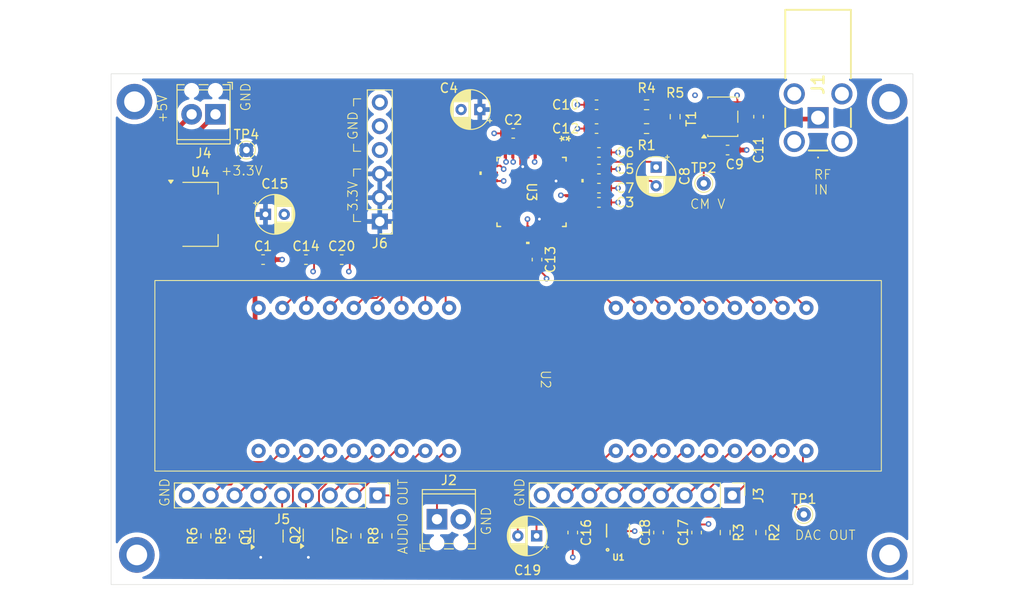
<source format=kicad_pcb>
(kicad_pcb (version 20240108) (generator "pcbnew") (generator_version "8.0")
  (layers (0 "F.Cu" signal) (1 "In1.Cu" signal) (2 "In2.Cu" signal) (31 "B.Cu" signal) (34 "B.Paste" user) (35 "F.Paste" user) (36 "B.SilkS" user "B.Silkscreen") (37 "F.SilkS" user "F.Silkscreen") (38 "B.Mask" user) (39 "F.Mask" user) (44 "Edge.Cuts" user))
  (net 0 "")
  (net 1 "GND")
  (net 2 "+5V")
  (net 3 "+3.3V")
  (net 4 "Net-(J1-In)")
  (net 5 "Net-(U2-A4)")
  (net 6 "Net-(C11-Pad2)")
  (net 7 "Net-(U2-L1)")
  (net 8 "Net-(U2-P1)")
  (net 9 "Net-(U2-P3)")
  (net 10 "Net-(U2-N1)")
  (net 11 "Net-(U2-N13)")
  (net 12 "Net-(U2-N3)")
  (net 13 "Net-(U2-M4)")
  (net 14 "Net-(U2-N14)")
  (net 15 "Net-(U2-P14)")
  (net 16 "Net-(U2-N15)")
  (net 17 "Net-(U2-N2)")
  (net 18 "Net-(U2-M3)")
  (net 19 "Net-(U2-M2)")
  (net 20 "Net-(U2-P15)")
  (net 21 "Net-(U1-+)")
  (net 22 "Net-(C18-Pad2)")
  (net 23 "Net-(J2-Pin_1)")
  (net 24 "Net-(U1--)")
  (net 25 "Net-(U2-B2)")
  (net 26 "Net-(U2-C5)")
  (net 27 "Net-(U2-B4)")
  (net 28 "Net-(U2-C1)")
  (net 29 "Net-(U2-A3)")
  (net 30 "Net-(U2-B1)")
  (net 31 "Net-(U2-A2)")
  (net 32 "Net-(U2-B3)")
  (net 33 "Net-(U2-J11)")
  (net 34 "Net-(U2-A32)")
  (net 35 "Net-(U2-A33)")
  (net 36 "Net-(U3-VRP)")
  (net 37 "Net-(U3-VRM)")
  (net 38 "Net-(U3-VRN)")
  (net 39 "Net-(U2-M15)")
  (net 40 "Net-(U3-VIN-)")
  (net 41 "Net-(U3-VIN+)")
  (net 42 "Net-(R1-Pad2)")
  (net 43 "Net-(R4-Pad2)")
  (net 44 "Net-(U2-L15)")
  (net 45 "Net-(U2-M14)")
  (net 46 "SCL5V")
  (net 47 "SCL3.3V")
  (net 48 "SDA3.3V")
  (net 49 "SDA5V")
  (net 50 "Net-(U2-J15)")
  (net 51 "Net-(U2-L14)")
  (net 52 "Net-(U2-K14)")
  (footprint "Capacitor_SMD:C_0603_1608Metric_Pad1.08x0.95mm_HandSolder" (layer "F.Cu") (at 143.51 85.598 -90)
    (property "Reference" "C11")
    (property "Value" "100n")
  )
  (footprint "Capacitor_SMD:C_0603_1608Metric_Pad1.08x0.95mm_HandSolder" (layer "F.Cu") (at 136.906 129.944 90)
    (property "Reference" "C17")
    (property "Value" "470p")
  )
  (footprint "Capacitor_SMD:C_0603_1608Metric_Pad1.08x0.95mm_HandSolder" (layer "F.Cu") (at 140.208 89.154)
    (property "Reference" "C9")
    (property "Value" "100n")
  )
  (footprint "Capacitor_SMD:C_0603_1608Metric_Pad1.08x0.95mm_HandSolder" (layer "F.Cu") (at 126.492 93.218 180)
    (property "Reference" "C7")
    (property "Value" "100n")
  )
  (footprint "TestPoint:TestPoint_THTPad_D1.5mm_Drill0.7mm" (layer "F.Cu") (at 137.668 92.71)
    (property "Reference" "TP2")
    (property "Value" "CM")
  )
  (footprint "Capacitor_THT:CP_Radial_D4.0mm_P2.00mm" (layer "F.Cu") (at 119.8446 130.302 180)
    (property "Reference" "C19")
    (property "Value" "10u")
  )
  (footprint "MountingHole:MountingHole_2.2mm_M2_DIN965_Pad" (layer "F.Cu") (at 157.48 132.334)
    (property "Reference" "REF**" (hide yes))
    (property "Value" "MountingHole_2.2mm_M2_DIN965_Pad")
  )
  (footprint "Connector_PinHeader_2.54mm:PinHeader_1x09_P2.54mm_Vertical" (layer "F.Cu") (at 140.716 125.984 -90)
    (property "Reference" "J3")
    (property "Value" "AUX I/O")
  )
  (footprint "Resistor_SMD:R_0603_1608Metric" (layer "F.Cu") (at 139.954 129.944 -90)
    (property "Reference" "R3")
    (property "Value" "15k")
  )
  (footprint "CustomFootprints:CMOD S7" (layer "F.Cu") (at 118.135 113.61 -90)
    (property "Reference" "U2")
    (property "Value" "CMOD S7")
  )
  (footprint "TestPoint:TestPoint_THTPad_D1.5mm_Drill0.7mm" (layer "F.Cu") (at 148.336 128.016)
    (property "Reference" "TP1")
    (property "Value" "DAC OUT")
  )
  (footprint "Capacitor_SMD:C_0603_1608Metric_Pad1.08x0.95mm_HandSolder" (layer "F.Cu") (at 95.25 100.838)
    (property "Reference" "C14")
    (property "Value" "100n")
  )
  (footprint "Capacitor_SMD:C_0603_1608Metric_Pad1.08x0.95mm_HandSolder" (layer "F.Cu") (at 90.678 100.838)
    (property "Reference" "C1")
    (property "Value" "100n")
  )
  (footprint "Package_TO_SOT_SMD:SOT-223-3_TabPin2" (layer "F.Cu") (at 83.972 96.012)
    (property "Reference" "U4")
    (property "Value" "TLV76133DCY")
  )
  (footprint "MountingHole:MountingHole_2.2mm_M2_DIN965_Pad" (layer "F.Cu") (at 157.48 84)
    (property "Reference" "REF**" (hide yes))
    (property "Value" "MountingHole_2.2mm_M2_DIN965_Pad")
  )
  (footprint "Capacitor_SMD:C_0603_1608Metric_Pad1.08x0.95mm_HandSolder" (layer "F.Cu") (at 117.348 87.376)
    (property "Reference" "C2")
    (property "Value" "100n")
  )
  (footprint "Capacitor_SMD:C_0603_1608Metric_Pad1.08x0.95mm_HandSolder" (layer "F.Cu") (at 126.492 91.186 180)
    (property "Reference" "C5")
    (property "Value" "100n")
  )
  (footprint "Capacitor_SMD:C_0603_1608Metric_Pad1.08x0.95mm_HandSolder" (layer "F.Cu") (at 126.492 89.408 180)
    (property "Reference" "C6")
    (property "Value" "100n")
  )
  (footprint "Resistor_SMD:R_0603_1608Metric" (layer "F.Cu") (at 131.572 84.328)
    (property "Reference" "R4")
    (property "Value" "33")
  )
  (footprint "Capacitor_SMD:C_0603_1608Metric_Pad1.08x0.95mm_HandSolder" (layer "F.Cu") (at 119.888 100.838 -90)
    (property "Reference" "C13")
    (property "Value" "100n")
  )
  (footprint "Resistor_SMD:R_0603_1608Metric" (layer "F.Cu") (at 84.582 130.302 90)
    (property "Reference" "R6")
    (property "Value" "10k")
  )
  (footprint "Resistor_SMD:R_0603_1608Metric" (layer "F.Cu") (at 131.572 86.868)
    (property "Reference" "R1")
    (property "Value" "33")
  )
  (footprint "Capacitor_SMD:C_0603_1608Metric_Pad1.08x0.95mm_HandSolder" (layer "F.Cu") (at 99.06 100.838)
    (property "Reference" "C20")
    (property "Value" "100n")
  )
  (footprint "TerminalBlock_Phoenix:TerminalBlock_Phoenix_MPT-0,5-2-2.54_1x02_P2.54mm_Horizontal" (layer "F.Cu") (at 109.22 128.524)
    (property "Reference" "J2")
    (property "Value" "~")
  )
  (footprint "Connector_PinHeader_2.54mm:PinHeader_1x06_P2.54mm_Vertical" (layer "F.Cu") (at 103.124 96.774 180)
    (property "Reference" "J6")
    (property "Value" "~")
  )
  (footprint "Resistor_SMD:R_0603_1608Metric" (layer "F.Cu") (at 100.584 130.302 90)
    (property "Reference" "R7")
    (property "Value" "10k")
  )
  (footprint "Resistor_SMD:R_0603_1608Metric" (layer "F.Cu") (at 103.886 130.302 90)
    (property "Reference" "R8")
    (property "Value" "10k")
  )
  (footprint "Connector_PinHeader_2.54mm:PinHeader_1x09_P2.54mm_Vertical" (layer "F.Cu") (at 102.87 125.984 -90)
    (property "Reference" "J5")
    (property "Value" "AUX I/O")
  )
  (footprint "Capacitor_THT:CP_Radial_D4.0mm_P2.00mm" (layer "F.Cu") (at 90.932 96.012)
    (property "Reference" "C15")
    (property "Value" "10u")
  )
  (footprint "Capacitor_SMD:C_0603_1608Metric_Pad1.08x0.95mm_HandSolder" (layer "F.Cu") (at 126.492 94.742 180)
    (property "Reference" "C3")
    (property "Value" "100n")
  )
  (footprint "Capacitor_THT:CP_Radial_D4.0mm_P2.00mm" (layer "F.Cu") (at 132.588 90.975401 -90)
    (property "Reference" "C8")
    (property "Value" "10u")
  )
  (footprint "Capacitor_THT:CP_Radial_D4.0mm_P2.00mm" (layer "F.Cu") (at 113.792 84.836 180)
    (property "Reference" "C4")
    (property "Value" "10u")
  )
  (footprint "Package_TO_SOT_SMD:SOT-23" (layer "F.Cu") (at 91.252 130.3205 90)
    (property "Reference" "Q1")
    (property "Value" "BSS138")
  )
  (footprint "Resistor_SMD:R_0603_1608Metric" (layer "F.Cu") (at 134.62 85.598 90)
    (property "Reference" "R5")
    (property "Value" "50")
  )
  (footprint "Capacitor_SMD:C_0603_1608Metric_Pad1.08x0.95mm_HandSolder" (layer "F.Cu") (at 126.238 86.868 180)
    (property "Reference" "C12")
    (property "Value" "100p")
  )
  (footprint "Package_TO_SOT_SMD:SOT-23" (layer "F.Cu") (at 96.52 130.2235 90)
    (property "Reference" "Q2")
    (property "Value" "BSS138")
  )
  (footprint "Transformer_SMD:Transformer_MiniCircuits_AT224-1A" (layer "F.Cu") (at 139.7 85.601 90)
    (property "Reference" "T1")
    (property "Value" "~")
  )
  (footprint "CustomFootprints:RF203NT0050GRP" (layer "F.Cu") (at 149.86 85.7055 -90)
    (property "Reference" "J1")
    (property "Value" "RF_IN" (hide yes))
  )
  (footprint "Capacitor_SMD:C_0603_1608Metric_Pad1.08x0.95mm_HandSolder" (layer "F.Cu") (at 132.842 129.944 90)
    (property "Reference" "C18")
    (property "Value" "1n")
  )
  (footprint "CustomFootprints:SOT65P210X110-5N" (layer "F.Cu") (at 128.524 129.738 90)
    (property "Reference" "U1")
    (property "Value" "MAX4230AXK")
  )
  (footprint "MountingHole:MountingHole_2.2mm_M2_DIN965_Pad" (layer "F.Cu") (at 77.216 132.334)
    (property "Reference" "REF**" (hide yes))
    (property "Value" "MountingHole_2.2mm_M2_DIN965_Pad")
  )
  (footprint "TerminalBlock_Phoenix:TerminalBlock_Phoenix_MPT-0,5-2-2.54_1x02_P2.54mm_Horizontal" (layer "F.Cu") (at 85.598 85.344 180)
    (property "Reference" "J4")
    (property "Value" "~")
  )
  (footprint "Capacitor_SMD:C_0603_1608Metric_Pad1.08x0.95mm_HandSolder" (layer "F.Cu") (at 123.698 129.944 -90)
    (property "Reference" "C16")
    (property "Value" "100n")
  )
  (footprint "TestPoint:TestPoint_THTPad_D1.5mm_Drill0.7mm" (layer "F.Cu") (at 88.9 89.154)
    (property "Reference" "TP4")
    (property "Value" "+3.3V")
  )
  (footprint "Resistor_SMD:R_0603_1608Metric" (layer "F.Cu") (at 87.63 130.302 90)
    (property "Reference" "R5")
    (property "Value" "10k")
  )
  (footprint "Capacitor_SMD:C_0603_1608Metric_Pad1.08x0.95mm_HandSolder" (layer "F.Cu") (at 126.238 84.328)
    (property "Reference" "C10")
    (property "Value" "100p")
  )
  (footprint "MountingHole:MountingHole_2.2mm_M2_DIN965_Pad" (layer "F.Cu") (at 76.962 84)
    (property "Reference" "REF**" (hide yes))
    (property "Value" "MountingHole_2.2mm_M2_DIN965_Pad")
  )
  (footprint "CustomFootprints:VBE32A_TEX" (layer "F.Cu") (at 119.3038 93.6244 -90)
    (property "Reference" "U3")
    (property "Value" "ADC14L020CIVY/NOPB")
  )
  (footprint "Resistor_SMD:R_0603_1608Metric" (layer "F.Cu") (at 143.764 129.944 -90)
    (property "Reference" "R2")
    (property "Value" "10k")
  )
  (gr_line (start 100.33 96.012) (end 100.33 96.774) (stroke (width 0.1)) (layer "F.SilkS"))
  (gr_line (start 100.33 88.519) (end 100.33 89.281) (stroke (width 0.1)) (layer "F.SilkS"))
  (gr_line (start 100.33 91.948) (end 100.33 91.186) (stroke (width 0.1)) (layer "F.SilkS"))
  (gr_line (start 100.33 91.186) (end 101.092 91.186) (stroke (width 0.1)) (layer "F.SilkS"))
  (gr_line (start 100.33 96.774) (end 101.092 96.774) (stroke (width 0.1)) (layer "F.SilkS"))
  (gr_line (start 100.33 83.693) (end 101.092 83.693) (stroke (width 0.1)) (layer "F.SilkS"))
  (gr_line (start 100.33 89.281) (end 101.092 89.281) (stroke (width 0.1)) (layer "F.SilkS"))
  (gr_line (start 100.33 84.455) (end 100.33 83.693) (stroke (width 0.1)) (layer "F.SilkS"))
  (gr_rect (start 74.467 81.026) (end 159.975 135.487) (stroke (width 0.05)) (fill none) (layer "Edge.Cuts"))
  (gr_text "CM V" (at 136.144 95.504 0) (layer "F.SilkS") (effects (font (size 1 1) (thickness 0.1)) (justify left bottom)))
  (gr_text "AUDIO OUT" (at 106.172 132.334 90) (layer "F.SilkS") (effects (font (size 1 1) (thickness 0.1)) (justify left bottom)))
  (gr_text "GND" (at 100.838 88.138 90) (layer "F.SilkS") (effects (font (size 1 1) (thickness 0.1)) (justify left bottom)))
  (gr_text "RF\nIN" (at 149.352 93.98 0) (layer "F.SilkS") (effects (font (size 1 1) (thickness 0.1)) (justify left bottom)))
  (gr_text "GND" (at 118.618 127.254 90) (layer "F.SilkS") (effects (font (size 1 1) (thickness 0.1)) (justify left bottom)))
  (gr_text "GND" (at 89.408 85.09 90) (layer "F.SilkS") (effects (font (size 1 1) (thickness 0.1)) (justify left bottom)))
  (gr_text "GND" (at 80.772 127.254 90) (layer "F.SilkS") (effects (font (size 1 1) (thickness 0.1)) (justify left bottom)))
  (gr_text "+5V" (at 80.518 86.36 90) (layer "F.SilkS") (effects (font (size 1 1) (thickness 0.1)) (justify left bottom)))
  (gr_text "GND" (at 115.062 130.302 90) (layer "F.SilkS") (effects (font (size 1 1) (thickness 0.1)) (justify left bottom)))
  (gr_text "3.3V" (at 100.838 95.758 90) (layer "F.SilkS") (effects (font (size 1 1) (thickness 0.1)) (justify left bottom)))
  (gr_text "+3.3V" (at 86.106 91.948 0) (layer "F.SilkS") (effects (font (size 1 1) (thickness 0.1)) (justify left bottom)))
  (gr_text "DAC OUT" (at 147.32 130.81 0) (layer "F.SilkS") (effects (font (size 1 1) (thickness 0.1)) (justify left bottom)))
  (segment (start 115.970401 90.824401) (end 116.332 91.186) (width 0.2) (layer "F.Cu") (net 1))
  (segment (start 116.586 89.388599) (end 116.503801 89.3064) (width 0.2) (layer "F.Cu") (net 1))
  (segment (start 116.332 92.456) (end 115.0174 92.456) (width 0.2) (layer "F.Cu") (net 1))
  (segment (start 115.0174 92.456) (end 114.9858 92.4244) (width 0.2) (layer "F.Cu") (net 1))
  (segment (start 114.9858 90.824401) (end 115.970401 90.824401) (width 0.2) (layer "F.Cu") (net 1))
  (segment (start 138.1265 129.0815) (end 138.176 129.032) (width 0.2) (layer "F.Cu") (net 1))
  (segment (start 127.3545 91.186) (end 128.524 91.186) (width 0.2) (layer "F.Cu") (net 1))
  (segment (start 116.4855 87.376) (end 115.316 87.376) (width 0.2) (layer "F.Cu") (net 1))
  (segment (start 116.586 90.424) (end 116.586 89.388599) (width 0.2) (layer "F.Cu") (net 1))
  (segment (start 118.872 97.910599) (end 118.903801 97.9424) (width 0.2) (layer "F.Cu") (net 1))
  (segment (start 128.833 129.794) (end 130.302 129.794) (width 0.2) (layer "F.Cu") (net 1))
  (segment (start 128.524 130.698) (end 128.524 130.103) (width 0.2) (layer "F.Cu") (net 1))
  (segment (start 141.224 83.312) (end 141.29 84.331) (width 0.2) (layer "F.Cu") (net 1))
  (segment (start 127.3545 93.218) (end 128.524 93.218) (width 0.2) (layer "F.Cu") (net 1))
  (segment (start 122.428 93.98) (end 123.577401 93.98) (width 0.2) (layer "F.Cu") (net 1))
  (segment (start 99.9225 100.838) (end 99.9225 102.0075) (width 0.2) (layer "F.Cu") (net 1))
  (segment (start 80.822 93.712) (end 80.822 90.12) (width 0.5) (layer "F.Cu") (net 1))
  (segment (start 124.206 86.868) (end 125.3755 86.868) (width 0.2) (layer "F.Cu") (net 1))
  (segment (start 127.3545 94.742) (end 128.524 94.742) (width 0.2) (layer "F.Cu") (net 1))
  (segment (start 117.348 89.350599) (end 117.303801 89.3064) (width 0.2) (layer "F.Cu") (net 1))
  (segment (start 136.906 129.0815) (end 138.1265 129.0815) (width 0.2) (layer "F.Cu") (net 1))
  (segment (start 128.524 130.103) (end 128.833 129.794) (width 0.2) (layer "F.Cu") (net 1))
  (segment (start 123.698 130.8065) (end 123.698 132.588) (width 0.2) (layer "F.Cu") (net 1))
  (segment (start 96.1125 102.0075) (end 96.012 102.108) (width 0.2) (layer "F.Cu") (net 1))
  (segment (start 124.206 84.328) (end 125.3755 84.328) (width 0.2) (layer "F.Cu") (net 1))
  (segment (start 117.348 90.424) (end 117.348 89.350599) (width 0.2) (layer "F.Cu") (net 1))
  (segment (start 119.634 90.424) (end 119.634 89.376199) (width 0.2) (layer "F.Cu") (net 1))
  (segment (start 141.0705 89.154) (end 142.24 89.154) (width 0.5) (layer "F.Cu") (net 1))
  (segment (start 92.71 100.838) (end 91.5405 100.838) (width 0.5) (layer "F.Cu") (net 1))
  (segment (start 123.577401 93.98) (end 123.6218 94.024399) (width 0.2) (layer "F.Cu") (net 1))
  (segment (start 80.822 90.12) (end 85.598 85.344) (width 0.5) (layer "F.Cu") (net 1))
  (segment (start 118.872 96.52) (end 118.872 97.910599) (width 0.2) (layer "F.Cu") (net 1))
  (segment (start 96.1125 100.838) (end 96.1125 102.0075) (width 0.2) (layer "F.Cu") (net 1))
  (segment (start 128.524 89.408) (end 127.3545 89.408) (width 0.2) (layer "F.Cu") (net 1))
  (segment (start 99.9225 102.0075) (end 99.822 102.108) (width 0.2) (layer "F.Cu") (net 1))
  (segment (start 120.904 102.7165) (end 119.888 101.7005) (width 0.2) (layer "F.Cu") (net 1))
  (segment (start 120.904 102.87) (end 120.904 102.7165) (width 0.2) (layer "F.Cu") (net 1))
  (segment (start 119.634 89.376199) (end 119.703799 89.3064) (width 0.2) (layer "F.Cu") (net 1))
  (via (at 142.24 89.154) (size 0.6) (drill 0.3) (layers "F.Cu" "B.Cu") (net 1))
  (via (at 128.524 94.742) (size 0.6) (drill 0.3) (layers "F.Cu" "B.Cu") (net 1))
  (via (at 128.524 93.218) (size 0.6) (drill 0.3) (layers "F.Cu" "B.Cu") (net 1))
  (via (at 124.206 86.868) (size 0.6) (drill 0.3) (layers "F.Cu" "B.Cu") (net 1))
  (via (at 118.872 96.52) (size 0.6) (drill 0.3) (layers "F.Cu" "B.Cu") (net 1))
  (via (at 130.302 129.794) (size 0.6) (drill 0.3) (layers "F.Cu" "B.Cu") (net 1))
  (via (at 122.428 93.98) (size 0.6) (drill 0.3) (layers "F.Cu" "B.Cu") (net 1))
  (via (at 115.316 87.376) (size 0.6) (drill 0.3) (layers "F.Cu" "B.Cu") (net 1))
  (via (at 119.634 90.424) (size 0.6) (drill 0.3) (layers "F.Cu" "B.Cu") (net 1))
  (via (at 116.586 90.424) (size 0.6) (drill 0.3) (layers "F.Cu" "B.Cu") (net 1))
  (via (at 128.524 91.186) (size 0.6) (drill 0.3) (layers "F.Cu" "B.Cu") (net 1))
  (via (at 136.736 83.312) (size 0.6) (drill 0.3) (layers "F.Cu" "B.Cu") (net 1))
  (via (at 99.822 102.108) (size 0.6) (drill 0.3) (layers "F.Cu" "B.Cu") (net 1))
  (via (at 123.698 132.588) (size 0.6) (drill 0.3) (layers "F.Cu" "B.Cu") (net 1))
  (via (at 120.904 102.87) (size 0.6) (drill 0.3) (layers "F.Cu" "B.Cu") (net 1))
  (via (at 141.224 83.312) (size 0.6) (drill 0.3) (layers "F.Cu" "B.Cu") (net 1))
  (via (at 138.176 129.032) (size 0.6) (drill 0.3) (layers "F.Cu" "B.Cu") (net 1))
  (via (at 96.012 102.108) (size 0.6) (drill 0.3) (layers "F.Cu" "B.Cu") (net 1))
  (via (at 116.332 92.456) (size 0.6) (drill 0.3) (layers "F.Cu" "B.Cu") (net 1))
  (via (at 117.348 90.424) (size 0.6) (drill 0.3) (layers "F.Cu" "B.Cu") (net 1))
  (via (at 116.332 91.186) (size 0.6) (drill 0.3) (layers "F.Cu" "B.Cu") (net 1))
  (via (at 128.524 89.408) (size 0.6) (drill 0.3) (layers "F.Cu" "B.Cu") (net 1))
  (via (at 124.206 84.328) (size 0.6) (drill 0.3) (layers "F.Cu" "B.Cu") (net 1))
  (via (at 92.71 100.838) (size 0.6) (drill 0.3) (layers "F.Cu" "B.Cu") (net 1))
  (segment (start 80.264 127.063) (end 86.551 133.35) (width 0.5) (layer "F.Cu") (net 2))
  (segment (start 89.825 106.36) (end 89.825 108.53) (width 0.5) (layer "F.Cu") (net 2))
  (segment (start 83.058 85.344) (end 78.910001 89.491999) (width 0.5) (layer "F.Cu") (net 2))
  (segment (start 89.8155 105.6105) (end 90.195 105.99) (width 0.5) (layer "F.Cu") (net 2))
  (segment (start 86.551 133.35) (end 103.886 133.35) (width 0.5) (layer "F.Cu") (net 2))
  (segment (start 86.0195 98.312) (end 88.5455 100.838) (width 0.5) (layer "F.Cu") (net 2))
  (segment (start 89.8155 100.838) (end 89.8155 105.6105) (width 0.5) (layer "F.Cu") (net 2))
  (segment (start 103.886 133.35) (end 119.4295 133.35) (width 0.5) (layer "F.Cu") (net 2))
  (segment (start 103.886 131.127) (end 103.886 133.35) (width 0.2) (layer "F.Cu") (net 2))
  (segment (start 127.5705 129.0815) (end 127.874 128.778) (width 0.5) (layer "F.Cu") (net 2))
  (segment (start 90.195 105.99) (end 89.825 106.36) (width 0.5) (layer "F.Cu") (net 2))
  (segment (start 80.264 118.091) (end 80.264 127.063) (width 0.5) (layer "F.Cu") (net 2))
  (segment (start 80.822 98.312) (end 86.0195 98.312) (width 0.5) (layer "F.Cu") (net 2))
  (segment (start 88.5455 100.838) (end 89.8155 100.838) (width 0.5) (layer "F.Cu") (net 2))
  (segment (start 123.698 129.0815) (end 127.5705 129.0815) (width 0.5) (layer "F.Cu") (net 2))
  (segment (start 78.910001 96.400001) (end 80.822 98.312) (width 0.5) (layer "F.Cu") (net 2))
  (segment (start 119.4295 133.35) (end 123.698 129.0815) (width 0.5) (layer "F.Cu") (net 2))
  (segment (start 78.910001 89.491999) (end 78.910001 96.400001) (width 0.5) (layer "F.Cu") (net 2))
  (segment (start 89.825 108.53) (end 80.264 118.091) (width 0.5) (layer "F.Cu") (net 2))
  (segment (start 115.6705 84.836) (end 118.2105 87.376) (width 0.2) (layer "F.Cu") (net 3))
  (segment (start 118.903801 88.169801) (end 118.903801 89.3064) (width 0.2) (layer "F.Cu") (net 3))
  (segment (start 121.92 92.456) (end 122.103799 92.272201) (width 0.2) (layer "F.Cu") (net 3))
  (segment (start 119.888 99.9755) (end 119.703799 99.791299) (width 0.2) (layer "F.Cu") (net 3))
  (segment (start 88.9 89.154) (end 87.122 90.932) (width 0.2) (layer "F.Cu") (net 3))
  (segment (start 119.703799 99.791299) (end 119.703799 97.9424) (width 0.2) (layer "F.Cu") (net 3))
  (segment (start 120.142 96.52) (end 119.703799 96.958201) (width 0.2) (layer "F.Cu") (net 3))
  (segment (start 90.302 131.258) (end 90.302 132.466) (width 0.2) (layer "F.Cu") (net 3))
  (segment (start 118.872 88.0375) (end 118.872 88.138) (width 0.2) (layer "F.Cu") (net 3))
  (segment (start 118.1038 89.3064) (end 118.1038 90.6718) (width 0.2) (layer "F.Cu") (net 3))
  (segment (start 124.1933 93.224401) (end 125.6295 94.660601) (width 0.2) (layer "F.Cu") (net 3))
  (segment (start 123.0503 93.224401) (end 123.6218 93.224401) (width 0.2) (layer "F.Cu") (net 3))
  (segment (start 99.1125 132.5985) (end 95.5145 132.5985) (width 0.2) (layer "F.Cu") (net 3))
  (segment (start 118.2105 87.376) (end 118.2105 89.1997) (width 0.2) (layer "F.Cu") (net 3))
  (segment (start 118.1038 90.6718) (end 118.364 90.932) (width 0.2) (layer "F.Cu") (net 3))
  (segment (start 95.57 132.522) (end 95.504 132.588) (width 0.2) (layer "F.Cu") (net 3))
  (segment (start 118.2105 87.376) (end 118.872 88.0375) (width 0.2) (layer "F.Cu") (net 3))
  (segment (start 87.63 131.127) (end 90.171 131.127) (width 0.2) (layer "F.Cu") (net 3))
  (segment (start 90.302 132.466) (end 90.424 132.588) (width 0.2) (layer "F.Cu") (net 3))
  (segment (start 118.2105 89.1997) (end 118.1038 89.3064) (width 0.2) (layer "F.Cu") (net 3))
  (segment (start 90.171 131.127) (end 90.302 131.258) (width 0.2) (layer "F.Cu") (net 3))
  (segment (start 119.703799 96.958201) (end 119.703799 97.9424) (width 0.2) (layer "F.Cu") (net 3))
  (segment (start 122.103799 92.272201) (end 122.103799 89.3064) (width 0.2) (layer "F.Cu") (net 3))
  (segment (start 123.6218 93.224401) (end 124.1933 93.224401) (width 0.2) (layer "F.Cu") (net 3))
  (segment (start 80.822 96.012) (end 87.122 96.012) (width 0.5) (layer "F.Cu") (net 3))
  (segment (start 95.5145 132.5985) (end 95.504 132.588) (width 0.2) (layer "F.Cu") (net 3))
  (segment (start 95.57 131.161) (end 95.57 132.522) (width 0.2) (layer "F.Cu") (net 3))
  (segment (start 100.584 131.127) (end 99.1125 132.5985) (width 0.2) (layer "F.Cu") (net 3))
  (segment (start 118.872 88.138) (end 118.903801 88.169801) (width 0.2) (layer "F.Cu") (net 3))
  (segment (start 87.122 90.932) (end 87.122 96.012) (width 0.2) (layer "F.Cu") (net 3))
  (segment (start 121.92 92.456) (end 122.281899 92.456) (width 0.2) (layer "F.Cu") (net 3))
  (segment (start 125.6295 94.660601) (end 125.6295 94.742) (width 0.2) (layer "F.Cu") (net 3))
  (segment (start 113.792 84.836) (end 115.6705 84.836) (width 0.2) (layer "F.Cu") (net 3))
  (segment (start 87.122 96.012) (end 90.932 96.012) (width 0.5) (layer "F.Cu") (net 3))
  (segment (start 122.281899 92.456) (end 123.0503 93.224401) (width 0.2) (layer "F.Cu") (net 3))
  (via (at 120.142 96.52) (size 0.6) (drill 0.3) (layers "F.Cu" "B.Cu") (net 3))
  (via (at 90.424 132.588) (size 0.6) (drill 0.3) (layers "F.Cu" "B.Cu") (net 3))
  (via (at 118.364 90.932) (size 0.6) (drill 0.3) (layers "F.Cu" "B.Cu") (net 3))
  (via (at 95.504 132.588) (size 0.6) (drill 0.3) (layers "F.Cu" "B.Cu") (net 3))
  (via (at 121.92 92.456) (size 0.6) (drill 0.3) (layers "F.Cu" "B.Cu") (net 3))
  (segment (start 145.9495 84.7355) (end 147.066 85.852) (width 0.5) (layer "F.Cu") (net 4))
  (segment (start 147.066 85.852) (end 150.368 85.852) (width 0.5) (layer "F.Cu") (net 4))
  (segment (start 143.51 84.7355) (end 145.9495 84.7355) (width 0.5) (layer "F.Cu") (net 4))
  (segment (start 146.6015 126.2815) (end 143.764 129.119) (width 0.2) (layer "F.Cu") (net 5))
  (segment (start 148.245 121.23) (end 148.245 124.638) (width 0.2) (layer "F.Cu") (net 5))
  (segment (start 148.336 128.016) (end 146.6015 126.2815) (width 0.2) (layer "F.Cu") (net 5))
  (segment (start 148.245 124.638) (end 146.6015 126.2815) (width 0.2) (layer "F.Cu") (net 5))
  (segment (start 141.7005 86.4605) (end 141.29 86.871) (width 0.2) (layer "F.Cu") (net 6))
  (segment (start 141.7005 86.4605) (end 143.51 86.4605) (width 0.2) (layer "F.Cu") (net 6))
  (segment (start 143.463 100.838) (end 148.245 105.62) (width 0.2) (layer "F.Cu") (net 7))
  (segment (start 130.292743 100.838) (end 143.463 100.838) (width 0.2) (layer "F.Cu") (net 7))
  (segment (start 124.507943 95.0532) (end 130.292743 100.838) (width 0.2) (layer "F.Cu") (net 7))
  (segment (start 123.8506 95.0532) (end 124.507943 95.0532) (width 0.2) (layer "F.Cu") (net 7))
  (segment (start 123.6218 94.8244) (end 123.8506 95.0532) (width 0.2) (layer "F.Cu") (net 7))
  (segment (start 117.303799 102.006113) (end 119.583686 104.286) (width 0.2) (layer "F.Cu") (net 8))
  (segment (start 119.583686 104.286) (end 129.131 104.286) (width 0.2) (layer "F.Cu") (net 8))
  (segment (start 129.131 104.286) (end 130.835 105.99) (width 0.2) (layer "F.Cu") (net 8))
  (segment (start 117.303799 97.9424) (end 117.303799 102.006113) (width 0.2) (layer "F.Cu") (net 8))
  (segment (start 120.5038 98.644101) (end 121.935699 100.076) (width 0.2) (layer "F.Cu") (net 9))
  (segment (start 133.303 103.378) (end 135.915 105.99) (width 0.2) (layer "F.Cu") (net 9))
  (segment (start 120.5038 97.9424) (end 120.5038 98.644101) (width 0.2) (layer "F.Cu") (net 9))
  (segment (start 129.286 103.378) (end 133.303 103.378) (width 0.2) (layer "F.Cu") (net 9))
  (segment (start 125.984 100.076) (end 129.286 103.378) (width 0.2) (layer "F.Cu") (net 9))
  (segment (start 121.935699 100.076) (end 125.984 100.076) (width 0.2) (layer "F.Cu") (net 9))
  (segment (start 119.2275 104.686) (end 126.991 104.686) (width 0.2) (layer "F.Cu") (net 10))
  (segment (start 116.503801 101.962301) (end 119.2275 104.686) (width 0.2) (layer "F.Cu") (net 10))
  (segment (start 116.503801 97.9424) (end 116.503801 101.962301) (width 0.2) (layer "F.Cu") (net 10))
  (segment (start 126.991 104.686) (end 128.295 105.99) (width 0.2) (layer "F.Cu") (net 10))
  (segment (start 105.435 103.5562) (end 105.435 105.99) (width 0.2) (layer "F.Cu") (net 11))
  (segment (start 114.9858 94.8244) (end 114.1668 94.8244) (width 0.2) (layer "F.Cu") (net 11))
  (segment (start 114.1668 94.8244) (end 105.435 103.5562) (width 0.2) (layer "F.Cu") (net 11))
  (segment (start 131.271 103.886) (end 133.375 105.99) (width 0.2) (layer "F.Cu") (net 12))
  (segment (start 119.888 103.886) (end 131.271 103.886) (width 0.2) (layer "F.Cu") (net 12))
  (segment (start 118.1038 102.1018) (end 119.888 103.886) (width 0.2) (layer "F.Cu") (net 12))
  (segment (start 118.1038 97.9424) (end 118.1038 102.1018) (width 0.2) (layer "F.Cu") (net 12))
  (segment (start 130.175 101.346) (end 141.431 101.346) (width 0.2) (layer "F.Cu") (net 13))
  (segment (start 123.6218 95.624401) (end 124.453401 95.624401) (width 0.2) (layer "F.Cu") (net 13))
  (segment (start 124.453401 95.624401) (end 130.175 101.346) (width 0.2) (layer "F.Cu") (net 13))
  (segment (start 141.431 101.346) (end 145.705 105.62) (width 0.2) (layer "F.Cu") (net 13))
  (segment (start 113.9492 93.793614) (end 102.814814 104.928) (width 0.2) (layer "F.Cu") (net 14))
  (segment (start 114.9858 93.224401) (end 114.284098 93.224401) (width 0.2) (layer "F.Cu") (net 14))
  (segment (start 102.814814 104.928) (end 101.417 104.928) (width 0.2) (layer "F.Cu") (net 14))
  (segment (start 114.284098 93.224401) (end 113.9492 93.559299) (width 0.2) (layer "F.Cu") (net 14))
  (segment (start 113.9492 93.559299) (end 113.9492 93.793614) (width 0.2) (layer "F.Cu") (net 14))
  (segment (start 101.417 104.928) (end 100.355 105.99) (width 0.2) (layer "F.Cu") (net 14))
  (segment (start 113.887601 96.424399) (end 110.145 100.167) (width 0.2) (layer "F.Cu") (net 15))
  (segment (start 114.9858 96.424399) (end 113.887601 96.424399) (width 0.2) (layer "F.Cu") (net 15))
  (segment (start 110.145 105.62) (end 110.515 105.99) (width 0.2) (layer "F.Cu") (net 15))
  (segment (start 110.145 100.167) (end 110.145 105.62) (width 0.2) (layer "F.Cu") (net 15))
  (segment (start 114.9858 94.024399) (end 114.284101 94.024399) (width 0.2) (layer "F.Cu") (net 16))
  (segment (start 114.284101 94.024399) (end 102.895 105.4135) (width 0.2) (layer "F.Cu") (net 16))
  (segment (start 102.895 105.4135) (end 102.895 105.99) (width 0.2) (layer "F.Cu") (net 16))
  (segment (start 123.19 99.028601) (end 126.460601 99.028601) (width 0.2) (layer "F.Cu") (net 17))
  (segment (start 137.367 102.362) (end 140.995 105.99) (width 0.2) (layer "F.Cu") (net 17))
  (segment (start 129.794 102.362) (end 137.367 102.362) (width 0.2) (layer "F.Cu") (net 17))
  (segment (start 126.460601 99.028601) (end 129.794 102.362) (width 0.2) (layer "F.Cu") (net 17))
  (segment (start 122.103799 97.9424) (end 123.19 99.028601) (width 0.2) (layer "F.Cu") (net 17))
  (segment (start 130.048 101.854) (end 139.399 101.854) (width 0.2) (layer "F.Cu") (net 18))
  (segment (start 139.399 101.854) (end 143.535 105.99) (width 0.2) (layer "F.Cu") (net 18))
  (segment (start 123.6218 96.424399) (end 124.618399 96.424399) (width 0.2) (layer "F.Cu") (net 18))
  (segment (start 124.618399 96.424399) (end 130.048 101.854) (width 0.2) (layer "F.Cu") (net 18))
  (segment (start 126.238 99.568) (end 129.54 102.87) (width 0.2) (layer "F.Cu") (net 19))
  (segment (start 121.303799 97.9424) (end 121.303799 98.6441) (width 0.2) (layer "F.Cu") (net 19))
  (segment (start 122.227699 99.568) (end 126.238 99.568) (width 0.2) (layer "F.Cu") (net 19))
  (segment (start 121.303799 98.6441) (end 122.227699 99.568) (width 0.2) (layer "F.Cu") (net 19))
  (segment (start 129.54 102.87) (end 135.335 102.87) (width 0.2) (layer "F.Cu") (net 19))
  (segment (start 135.335 102.87) (end 138.085 105.62) (width 0.2) (layer "F.Cu") (net 19))
  (segment (start 114.001801 95.624399) (end 107.975 101.6512) (width 0.2) (layer "F.Cu") (net 20))
  (segment (start 107.975 101.6512) (end 107.975 105.99) (width 0.2) (layer "F.Cu") (net 20))
  (segment (start 114.9858 95.624399) (end 114.001801 95.624399) (width 0.2) (layer "F.Cu") (net 20))
  (segment (start 127.874 131.244942) (end 127.874 130.698) (width 0.2) (layer "F.Cu") (net 21))
  (segment (start 139.954 130.769) (end 136.9435 130.769) (width 0.2) (layer "F.Cu") (net 21))
  (segment (start 136.906 130.8065) (end 136.0685 131.644) (width 0.2) (layer "F.Cu") (net 21))
  (segment (start 136.9435 130.769) (end 136.906 130.8065) (width 0.2) (layer "F.Cu") (net 21))
  (segment (start 136.0685 131.644) (end 128.273058 131.644) (width 0.2) (layer "F.Cu") (net 21))
  (segment (start 128.273058 131.644) (end 127.874 131.244942) (width 0.2) (layer "F.Cu") (net 21))
  (segment (start 141.604 130.769) (end 139.954 129.119) (width 0.2) (layer "F.Cu") (net 22))
  (segment (start 143.764 130.769) (end 141.604 130.769) (width 0.2) (layer "F.Cu") (net 22))
  (segment (start 139.954 129.119) (end 139.079 128.244) (width 0.2) (layer "F.Cu") (net 22))
  (segment (start 133.6795 128.244) (end 132.842 129.0815) (width 0.2) (layer "F.Cu") (net 22))
  (segment (start 139.079 128.244) (end 133.6795 128.244) (width 0.2) (layer "F.Cu") (net 22))
  (segment (start 117.833199 129.943999) (end 117.833199 129.009199) (width 0.2) (layer "F.Cu") (net 23))
  (segment (start 117.833199 129.009199) (end 114.554 125.73) (width 0.2) (layer "F.Cu") (net 23))
  (segment (start 109.22 125.984) (end 109.22 128.524) (width 0.2) (layer "F.Cu") (net 23))
  (segment (start 109.474 125.73) (end 109.22 125.984) (width 0.2) (layer "F.Cu") (net 23))
  (segment (start 114.554 125.73) (end 109.474 125.73) (width 0.2) (layer "F.Cu") (net 23))
  (segment (start 120.324 127.508) (end 119.833199 127.998801) (width 0.2) (layer "F.Cu") (net 24))
  (segment (start 132.842 130.8065) (end 130.93875 128.90325) (width 0.2) (layer "F.Cu") (net 24))
  (segment (start 130.81 127.508) (end 120.324 127.508) (width 0.2) (layer "F.Cu") (net 24))
  (segment (start 132.7335 130.698) (end 132.842 130.8065) (width 0.2) (layer "F.Cu") (net 24))
  (segment (start 129.174 128.778) (end 130.8135 128.778) (width 0.2) (layer "F.Cu") (net 24))
  (segment (start 130.8135 128.778) (end 130.93875 128.90325) (width 0.2) (layer "F.Cu") (net 24))
  (segment (start 119.833199 127.998801) (end 119.833199 129.943999) (width 0.2) (layer "F.Cu") (net 24))
  (segment (start 129.174 130.698) (end 132.7335 130.698) (width 0.2) (layer "F.Cu") (net 24))
  (segment (start 130.93875 128.90325) (end 130.93875 127.63675) (width 0.2) (layer "F.Cu") (net 24))
  (segment (start 130.93875 127.63675) (end 130.81 127.508) (width 0.2) (layer "F.Cu") (net 24))
  (segment (start 133.005 121.23) (end 128.485 125.75) (width 0.2) (layer "F.Cu") (net 25))
  (segment (start 128.485 125.75) (end 127.67 125.75) (width 0.2) (layer "F.Cu") (net 25))
  (segment (start 123.405 125.75) (end 122.59 125.75) (width 0.2) (layer "F.Cu") (net 26))
  (segment (start 127.925 121.23) (end 123.405 125.75) (width 0.2) (layer "F.Cu") (net 26))
  (segment (start 139.44 124.6) (end 138.9 124.6) (width 0.2) (layer "F.Cu") (net 27))
  (segment (start 143.165 121.23) (end 142.81 121.23) (width 0.2) (layer "F.Cu") (net 27))
  (segment (start 142.81 121.23) (end 139.44 124.6) (width 0.2) (layer "F.Cu") (net 27))
  (segment (start 137.83 125.67) (end 137.83 125.75) (width 0.2) (layer "F.Cu") (net 27))
  (segment (start 138.9 124.6) (end 137.83 125.67) (width 0.2) (layer "F.Cu") (net 27))
  (segment (start 138.085 121.23) (end 133.565 125.75) (width 0.2) (layer "F.Cu") (net 28))
  (segment (start 133.565 125.75) (end 132.75 125.75) (width 0.2) (layer "F.Cu") (net 28))
  (segment (start 141.185 125.75) (end 140.37 125.75) (width 0.2) (layer "F.Cu") (net 29))
  (segment (start 145.705 121.23) (end 141.185 125.75) (width 0.2) (layer "F.Cu") (net 29))
  (segment (start 131.025 125.75) (end 130.21 125.75) (width 0.2) (layer "F.Cu") (net 30))
  (segment (start 135.545 121.23) (end 131.025 125.75) (width 0.2) (layer "F.Cu") (net 30))
  (segment (start 125.945 125.75) (end 125.13 125.75) (width 0.2) (layer "F.Cu") (net 31))
  (segment (start 130.465 121.23) (end 125.945 125.75) (width 0.2) (layer "F.Cu") (net 31))
  (segment (start 140.625 121.23) (end 136.105 125.75) (width 0.2) (layer "F.Cu") (net 32))
  (segment (start 136.105 125.75) (end 135.29 125.75) (width 0.2) (layer "F.Cu") (net 32))
  (segment (start 101.288314 124.714) (end 104.772314 121.23) (width 0.2) (layer "F.Cu") (net 33))
  (segment (start 104.772314 121.23) (end 105.065 121.23) (width 0.2) (layer "F.Cu") (net 33))
  (segment (start 97.79 125.984) (end 99.06 124.714) (width 0.2) (layer "F.Cu") (net 33))
  (segment (start 99.06 124.714) (end 101.288314 124.714) (width 0.2) (layer "F.Cu") (net 33))
  (segment (start 100.33 125.984) (end 100.584 125.984) (width 0.2) (layer "F.Cu") (net 34))
  (segment (start 104.375 124.46) (end 107.605 121.23) (width 0.2) (layer "F.Cu") (net 34))
  (segment (start 102.108 124.46) (end 104.375 124.46) (width 0.2) (layer "F.Cu") (net 34))
  (segment (start 100.584 125.984) (end 102.108 124.46) (width 0.2) (layer "F.Cu") (net 34))
  (segment (start 102.87 125.984) (end 105.391 125.984) (width 0.2) (layer "F.Cu") (net 35))
  (segment (start 105.391 125.984) (end 110.145 121.23) (width 0.2) (layer "F.Cu") (net 35))
  (segment (start 125.6295 91.186) (end 126.4045 90.411) (width 0.2) (layer "F.Cu") (net 36))
  (segment (start 125.6295 91.186) (end 125.191099 91.624401) (width 0.2) (layer "F.Cu") (net 36))
  (segment (start 125.191099 91.624401) (end 123.6218 91.624401) (width 0.2) (layer "F.Cu") (net 36))
  (segment (start 126.4045 90.411) (end 132.023599 90.411) (width 0.2) (layer "F.Cu") (net 36))
  (segment (start 132.023599 90.411) (end 132.588 90.975401) (width 0.2) (layer "F.Cu") (net 36))
  (segment (start 123.6218 90.824401) (end 125.038201 89.408) (width 0.2) (layer "F.Cu") (net 37))
  (segment (start 139.3455 86.0115) (end 138.935 85.601) (width 0.2) (layer "F.Cu") (net 37))
  (segment (start 139.3455 89.154) (end 139.3455 86.0115) (width 0.2) (layer "F.Cu") (net 37))
  (segment (start 126.8995 88.138) (end 138.3295 88.138) (width 0.2) (layer "F.Cu") (net 37))
  (segment (start 137.668 92.71) (end 137.668 90.8315) (width 0.2) (layer "F.Cu") (net 37))
  (segment (start 138.3295 88.138) (end 139.3455 89.154) (width 0.2) (layer "F.Cu") (net 37))
  (segment (start 125.6295 89.408) (end 126.8995 88.138) (width 0.2) (layer "F.Cu") (net 37))
  (segment (start 137.668 90.8315) (end 139.3455 89.154) (width 0.2) (layer "F.Cu") (net 37))
  (segment (start 138.935 85.601) (end 138.11 85.601) (width 0.2) (layer "F.Cu") (net 37))
  (segment (start 125.038201 89.408) (end 125.6295 89.408) (width 0.2) (layer "F.Cu") (net 37))
  (segment (start 132.055599 92.443) (end 132.588 92.975401) (width 0.2) (layer "F.Cu") (net 38))
  (segment (start 125.6295 93.218) (end 126.4045 92.443) (width 0.2) (layer "F.Cu") (net 38))
  (segment (start 126.4045 92.443) (end 132.055599 92.443) (width 0.2) (layer "F.Cu") (net 38))
  (segment (start 125.6295 93.218) (end 124.8359 92.4244) (width 0.2) (layer "F.Cu") (net 38))
  (segment (start 124.8359 92.4244) (end 123.6218 92.4244) (width 0.2) (layer "F.Cu") (net 38))
  (segment (start 99.314 104.394) (end 102.616 104.394) (width 0.2) (layer "F.Cu") (net 39))
  (segment (start 97.815 105.893) (end 99.314 104.394) (width 0.2) (layer "F.Cu") (net 39))
  (segment (start 113.5492 92.3593) (end 114.284101 91.624399) (width 0.2) (layer "F.Cu") (net 39))
  (segment (start 114.284101 91.624399) (end 114.9858 91.624399) (width 0.2) (layer "F.Cu") (net 39))
  (segment (start 97.815 105.99) (end 97.815 105.893) (width 0.2) (layer "F.Cu") (net 39))
  (segment (start 113.5492 93.4608) (end 113.5492 92.3593) (width 0.2) (layer "F.Cu") (net 39))
  (segment (start 102.616 104.394) (end 113.5492 93.4608) (width 0.2) (layer "F.Cu") (net 39))
  (segment (start 127.1005 85.1905) (end 127.254 85.344) (width 0.2) (layer "F.Cu") (net 40))
  (segment (start 127.1005 84.328) (end 127.1005 85.1905) (width 0.2) (layer "F.Cu") (net 40))
  (segment (start 127.254 85.344) (end 128.524 85.344) (width 0.2) (layer "F.Cu") (net 40))
  (segment (start 124.968 85.344) (end 124.9538 85.3298) (width 0.2) (layer "F.Cu") (net 40))
  (segment (start 124.968 85.344) (end 127.254 85.344) (width 0.2) (layer "F.Cu") (net 40))
  (segment (start 130.747 84.328) (end 129.6405 84.328) (width 0.2) (layer "F.Cu") (net 40))
  (segment (start 120.5038 88.2842) (end 120.5038 89.3064) (width 0.2) (layer "F.Cu") (net 40))
  (segment (start 123.4582 85.3298) (end 120.5038 88.2842) (width 0.2) (layer "F.Cu") (net 40))
  (segment (start 129.6405 84.328) (end 129.59025 84.27775) (width 0.2) (layer "F.Cu") (net 40))
  (segment (start 128.524 85.344) (end 129.59025 84.27775) (width 0.2) (layer "F.Cu") (net 40))
  (segment (start 124.9538 85.3298) (end 123.4582 85.3298) (width 0.2) (layer "F.Cu") (net 40))
  (segment (start 129.8945 86.868) (end 128.7705 85.744) (width 0.2) (layer "F.Cu") (net 41))
  (segment (start 121.303801 88.236549) (end 121.303801 89.3064) (width 0.2) (layer "F.Cu") (net 41))
  (segment (start 123.81055 85.7298) (end 121.303801 88.236549) (width 0.2) (layer "F.Cu") (net 41))
  (segment (start 124.606 85.744) (end 124.5918 85.7298) (width 0.2) (layer "F.Cu") (net 41))
  (segment (start 127.1005 86.868) (end 127.1005 85.8445) (width 0.2) (layer "F.Cu") (net 41))
  (segment (start 130.747 86.868) (end 129.8945 86.868) (width 0.2) (layer "F.Cu") (net 41))
  (segment (start 127 85.744) (end 124.606 85.744) (width 0.2) (layer "F.Cu") (net 41))
  (segment (start 124.5918 85.7298) (end 123.81055 85.7298) (width 0.2) (layer "F.Cu") (net 41))
  (segment (start 127.1005 85.8445) (end 127 85.744) (width 0.2) (layer "F.Cu") (net 41))
  (segment (start 128.7705 85.744) (end 127 85.744) (width 0.2) (layer "F.Cu") (net 41))
  (segment (start 138.11 86.871) (end 135.068 86.871) (width 0.2) (layer "F.Cu") (net 42))
  (segment (start 135.068 86.871) (end 134.62 86.423) (width 0.2) (layer "F.Cu") (net 42))
  (segment (start 132.397 86.868) (end 134.175 86.868) (width 0.2) (layer "F.Cu") (net 42))
  (segment (start 134.175 86.868) (end 134.62 86.423) (width 0.2) (layer "F.Cu") (net 42))
  (segment (start 135.062 84.331) (end 134.62 84.773) (width 0.2) (layer "F.Cu") (net 43))
  (segment (start 138.11 84.331) (end 135.062 84.331) (width 0.2) (layer "F.Cu") (net 43))
  (segment (start 134.175 84.328) (end 134.62 84.773) (width 0.2) (layer "F.Cu") (net 43))
  (segment (start 132.397 84.328) (end 134.175 84.328) (width 0.2) (layer "F.Cu") (net 43))
  (segment (start 94.3875 104.3375) (end 92.735 105.99) (width 0.2) (layer "F.Cu") (net 44))
  (segment (start 94.3875 100.838) (end 94.3875 104.3375) (width 0.2) (layer "F.Cu") (net 44))
  (segment (start 95.275 104.858) (end 95.275 105.99) (width 0.2) (layer "F.Cu") (net 45))
  (segment (start 98.1975 100.838) (end 98.1975 101.9355) (width 0.2) (layer "F.Cu") (net 45))
  (segment (start 98.1975 101.9355) (end 95.275 104.858) (width 0.2) (layer "F.Cu") (net 45))
  (segment (start 85.282 128.777) (end 90.646 128.777) (width 0.2) (layer "F.Cu") (net 46))
  (segment (start 92.71 127.925) (end 91.252 129.383) (width 0.2) (layer "F.Cu") (net 46))
  (segment (start 92.71 125.984) (end 92.71 127.925) (width 0.2) (layer "F.Cu") (net 46))
  (segment (start 90.646 128.777) (end 91.252 129.383) (width 0.2) (layer "F.Cu") (net 46))
  (segment (start 84.582 129.477) (end 85.282 128.777) (width 0.2) (layer "F.Cu") (net 46))
  (segment (start 92.202 131.258) (end 93.86 129.6) (width 0.2) (layer "F.Cu") (net 47))
  (segment (start 97.737968 123.844) (end 100.351968 121.23) (width 0.2) (layer "F.Cu") (net 47))
  (segment (start 93.86 124.834) (end 94.85 123.844) (width 0.2) (layer "F.Cu") (net 47))
  (segment (start 87.63 129.477) (end 89.899052 129.477) (width 0.2) (layer "F.Cu") (net 47))
  (segment (start 94.85 123.844) (end 97.737968 123.844) (width 0.2) (layer "F.Cu") (net 47))
  (segment (start 91.680052 131.258) (end 92.202 131.258) (width 0.2) (layer "F.Cu") (net 47))
  (segment (start 100.351968 121.23) (end 100.355 121.23) (width 0.2) (layer "F.Cu") (net 47))
  (segment (start 93.86 129.6) (end 93.86 124.834) (width 0.2) (layer "F.Cu") (net 47))
  (segment (start 89.899052 129.477) (end 91.680052 131.258) (width 0.2) (layer "F.Cu") (net 47))
  (segment (start 100.584 129.477) (end 99.154 129.477) (width 0.2) (layer "F.Cu") (net 48))
  (segment (start 99.919 124.206) (end 102.895 121.23) (width 0.2) (layer "F.Cu") (net 48))
  (segment (start 96.64 128.027948) (end 96.64 125.507654) (width 0.2) (layer "F.Cu") (net 48))
  (segment (start 96.64 125.507654) (end 97.941654 124.206) (width 0.2) (layer "F.Cu") (net 48))
  (segment (start 97.47 131.161) (end 97.47 128.857948) (width 0.2) (layer "F.Cu") (net 48))
  (segment (start 97.941654 124.206) (end 99.919 124.206) (width 0.2) (layer "F.Cu") (net 48))
  (segment (start 97.47 128.857948) (end 96.64 128.027948) (width 0.2) (layer "F.Cu") (net 48))
  (segment (start 99.154 129.477) (end 97.47 131.161) (width 0.2) (layer "F.Cu") (net 48))
  (segment (start 99.947 130.177) (end 97.9255 132.1985) (width 0.2) (layer "F.Cu") (net 49))
  (segment (start 96.52 131.589052) (end 96.52 129.286) (width 0.2) (layer "F.Cu") (net 49))
  (segment (start 97.129448 132.1985) (end 96.52 131.589052) (width 0.2) (layer "F.Cu") (net 49))
  (segment (start 95.25 128.016) (end 96.52 129.286) (width 0.2) (layer "F.Cu") (net 49))
  (segment (start 95.25 125.984) (end 95.25 128.016) (width 0.2) (layer "F.Cu") (net 49))
  (segment (start 103.186 130.177) (end 99.947 130.177) (width 0.2) (layer "F.Cu") (net 49))
  (segment (start 103.886 129.477) (end 103.186 130.177) (width 0.2) (layer "F.Cu") (net 49))
  (segment (start 97.9255 132.1985) (end 97.129448 132.1985) (width 0.2) (layer "F.Cu") (net 49))
  (segment (start 90.17 125.984) (end 92.71 123.444) (width 0.2) (layer "F.Cu") (net 50))
  (segment (start 92.71 123.444) (end 95.601 123.444) (width 0.2) (layer "F.Cu") (net 50))
  (segment (start 95.601 123.444) (end 97.815 121.23) (width 0.2) (layer "F.Cu") (net 50))
  (segment (start 89.662 122.428) (end 91.537 122.428) (width 0.2) (layer "F.Cu") (net 51))
  (segment (start 91.537 122.428) (end 92.735 121.23) (width 0.2) (layer "F.Cu") (net 51))
  (segment (start 85.09 125.984) (end 86.240895 124.833105) (width 0.2) (layer "F.Cu") (net 51))
  (segment (start 87.256895 124.833105) (end 89.662 122.428) (width 0.2) (layer "F.Cu") (net 51))
  (segment (start 86.240895 124.833105) (end 87.256895 124.833105) (width 0.2) (layer "F.Cu") (net 51))
  (segment (start 93.569 122.936) (end 95.275 121.23) (width 0.2) (layer "F.Cu") (net 52))
  (segment (start 90.911186 122.936) (end 93.569 122.936) (width 0.2) (layer "F.Cu") (net 52))
  (segment (start 87.63 125.984) (end 87.863186 125.984) (width 0.2) (layer "F.Cu") (net 52))
  (segment (start 87.863186 125.984) (end 90.911186 122.936) (width 0.2) (layer "F.Cu") (net 52))
  (zone (net 3) (net_name "+3.3V") (layer "B.Cu") (priority 2) (connect_pads (clearance 0.5)) (min_thickness 0.25) (fill yes (thermal_gap 0.5) (thermal_bridge_width 0.5))
    (polygon (pts (xy 74.93 81.28) (xy 159.766 81.534) (xy 159.766 135.128) (xy 74.93 134.874)))
  )
)
</source>
